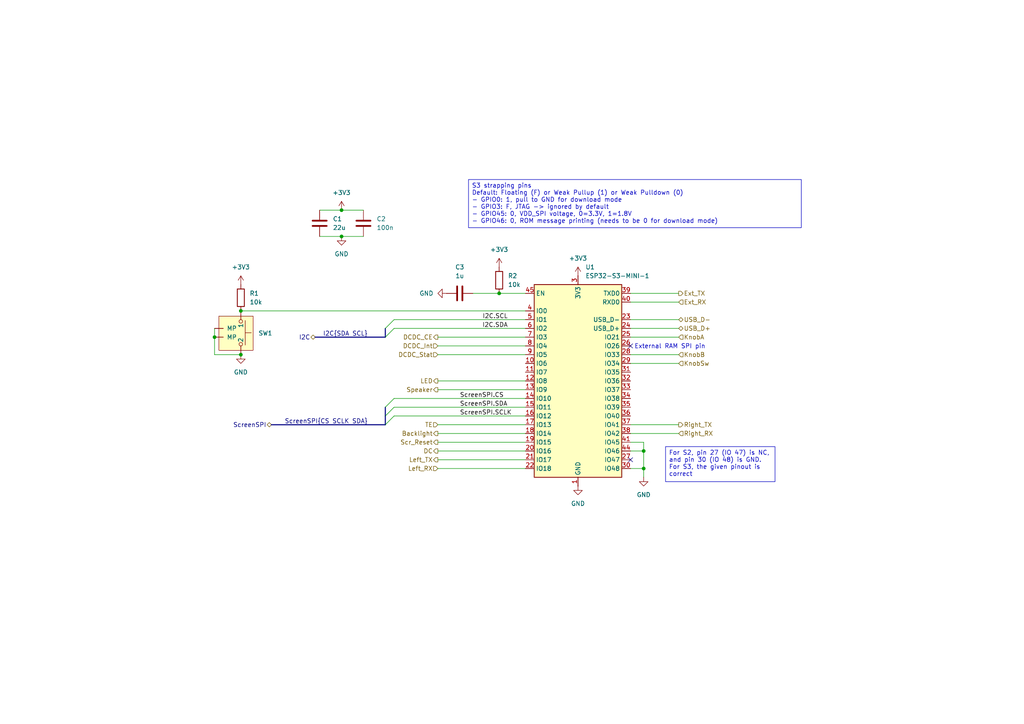
<source format=kicad_sch>
(kicad_sch (version 20250114) (generator "eeschema") (generator_version "9.0")
  (paper "A4")
  (lib_symbols
    (symbol "Control custom:SW_Push w/ GND" (pin_numbers (hide yes)) (pin_names (offset 1.016))
      (property "Reference" "SW" (at -1.016 4.572 0))
      (symbol "SW_Push w/ GND_0_1"
        (circle (center -3.302 0) (radius 0.508))
        (polyline (pts (xy 0 1.27) (xy 0 3.048)))
        (circle (center 3.302 0) (radius 0.508))
        (polyline (pts (xy 3.556 1.27) (xy -3.556 1.27)))
        (pin passive line (at -6.35 0 0) (length 2.54) (name "1") (number "1"))
        (pin passive line (at 6.35 0 180) (length 2.54) (name "2") (number "2"))
      )
      (symbol "SW_Push w/ GND_1_1"
        (rectangle (start -4.826 3.556) (end 5.08 -6.35) (fill (type background)))
        (pin passive line (at -1.27 -7.62 90) (length 2.54) (name "MP") (number "3"))
        (pin passive line (at 1.27 -7.62 90) (length 2.54) (name "MP") (number "4"))
      )
    )
    (symbol "Device:C" (pin_numbers (hide yes)) (pin_names (offset 0.254))
      (property "Reference" "C" (at 0.635 2.54 0))
      (property "Value" "C" (at 0.635 -2.54 0))
      (symbol "C_0_1"
        (polyline (pts (xy -2.032 0.762) (xy 2.032 0.762)) (stroke (width 0.508)))
        (polyline (pts (xy -2.032 -0.762) (xy 2.032 -0.762)) (stroke (width 0.508)))
      )
      (symbol "C_1_1"
        (pin passive line (at 0 3.81 270) (length 2.794) (name "~") (number "1"))
        (pin passive line (at 0 -3.81 90) (length 2.794) (name "~") (number "2"))
      )
    )
    (symbol "Device:R" (pin_numbers (hide yes)) (pin_names (offset 0))
      (property "Reference" "R" (at 2.032 0 90))
      (property "Value" "R" (at 0 0 90))
      (symbol "R_0_1"
        (rectangle (start -1.016 -2.54) (end 1.016 2.54) (stroke (width 0.254)))
      )
      (symbol "R_1_1"
        (pin passive line (at 0 3.81 270) (length 1.27) (name "~") (number "1"))
        (pin passive line (at 0 -3.81 90) (length 1.27) (name "~") (number "2"))
      )
    )
    (symbol "RF_Module:ESP32-S3-MINI-1"
      (property "Reference" "U" (at -11.43 29.21 0))
      (property "Value" "ESP32-S3-MINI-1" (at 12.7 29.21 0))
      (symbol "ESP32-S3-MINI-1_0_1"
        (rectangle (start -12.7 27.94) (end 12.7 -27.94) (stroke (width 0.254)) (fill (type background)))
      )
      (symbol "ESP32-S3-MINI-1_1_1"
        (pin input line (at -15.24 25.4 0) (length 2.54) (name "EN") (number "45"))
        (pin bidirectional line (at -15.24 20.32 0) (length 2.54) (name "IO0") (number "4"))
        (pin bidirectional line (at -15.24 17.78 0) (length 2.54) (name "IO1") (number "5"))
        (pin bidirectional line (at -15.24 15.24 0) (length 2.54) (name "IO2") (number "6"))
        (pin bidirectional line (at -15.24 12.7 0) (length 2.54) (name "IO3") (number "7"))
        (pin bidirectional line (at -15.24 10.16 0) (length 2.54) (name "IO4") (number "8"))
        (pin bidirectional line (at -15.24 7.62 0) (length 2.54) (name "IO5") (number "9"))
        (pin bidirectional line (at -15.24 5.08 0) (length 2.54) (name "IO6") (number "10"))
        (pin bidirectional line (at -15.24 2.54 0) (length 2.54) (name "IO7") (number "11"))
        (pin bidirectional line (at -15.24 0 0) (length 2.54) (name "IO8") (number "12"))
        (pin bidirectional line (at -15.24 -2.54 0) (length 2.54) (name "IO9") (number "13"))
        (pin bidirectional line (at -15.24 -5.08 0) (length 2.54) (name "IO10") (number "14"))
        (pin bidirectional line (at -15.24 -7.62 0) (length 2.54) (name "IO11") (number "15"))
        (pin bidirectional line (at -15.24 -10.16 0) (length 2.54) (name "IO12") (number "16"))
        (pin bidirectional line (at -15.24 -12.7 0) (length 2.54) (name "IO13") (number "17"))
        (pin bidirectional line (at -15.24 -15.24 0) (length 2.54) (name "IO14") (number "18"))
        (pin bidirectional line (at -15.24 -17.78 0) (length 2.54) (name "IO15") (number "19"))
        (pin bidirectional line (at -15.24 -20.32 0) (length 2.54) (name "IO16") (number "20"))
        (pin bidirectional line (at -15.24 -22.86 0) (length 2.54) (name "IO17") (number "21"))
        (pin bidirectional line (at -15.24 -25.4 0) (length 2.54) (name "IO18") (number "22"))
        (pin power_in line (at 0 30.48 270) (length 2.54) (name "3V3") (number "3"))
        (pin power_in line (at 0 -30.48 90) (length 2.54) (name "GND") (number "1"))
        (pin passive line (at 0 -30.48 90) (length 2.54) (hide yes) (name "GND") (number "2"))
        (pin passive line (at 0 -30.48 90) (length 2.54) (hide yes) (name "GND") (number "42"))
        (pin passive line (at 0 -30.48 90) (length 2.54) (hide yes) (name "GND") (number "43"))
        (pin passive line (at 0 -30.48 90) (length 2.54) (hide yes) (name "GND") (number "46"))
        (pin passive line (at 0 -30.48 90) (length 2.54) (hide yes) (name "GND") (number "47"))
        (pin passive line (at 0 -30.48 90) (length 2.54) (hide yes) (name "GND") (number "48"))
        (pin passive line (at 0 -30.48 90) (length 2.54) (hide yes) (name "GND") (number "49"))
        (pin passive line (at 0 -30.48 90) (length 2.54) (hide yes) (name "GND") (number "50"))
        (pin passive line (at 0 -30.48 90) (length 2.54) (hide yes) (name "GND") (number "51"))
        (pin passive line (at 0 -30.48 90) (length 2.54) (hide yes) (name "GND") (number "52"))
        (pin passive line (at 0 -30.48 90) (length 2.54) (hide yes) (name "GND") (number "53"))
        (pin passive line (at 0 -30.48 90) (length 2.54) (hide yes) (name "GND") (number "54"))
        (pin passive line (at 0 -30.48 90) (length 2.54) (hide yes) (name "GND") (number "55"))
        (pin passive line (at 0 -30.48 90) (length 2.54) (hide yes) (name "GND") (number "56"))
        (pin passive line (at 0 -30.48 90) (length 2.54) (hide yes) (name "GND") (number "57"))
        (pin passive line (at 0 -30.48 90) (length 2.54) (hide yes) (name "GND") (number "58"))
        (pin passive line (at 0 -30.48 90) (length 2.54) (hide yes) (name "GND") (number "59"))
        (pin passive line (at 0 -30.48 90) (length 2.54) (hide yes) (name "GND") (number "60"))
        (pin passive line (at 0 -30.48 90) (length 2.54) (hide yes) (name "GND") (number "61"))
        (pin passive line (at 0 -30.48 90) (length 2.54) (hide yes) (name "GND") (number "62"))
        (pin passive line (at 0 -30.48 90) (length 2.54) (hide yes) (name "GND") (number "63"))
        (pin passive line (at 0 -30.48 90) (length 2.54) (hide yes) (name "GND") (number "64"))
        (pin passive line (at 0 -30.48 90) (length 2.54) (hide yes) (name "GND") (number "65"))
        (pin bidirectional line (at 15.24 25.4 180) (length 2.54) (name "TXD0") (number "39"))
        (pin bidirectional line (at 15.24 22.86 180) (length 2.54) (name "RXD0") (number "40"))
        (pin bidirectional line (at 15.24 17.78 180) (length 2.54) (name "USB_D-") (number "23"))
        (pin bidirectional line (at 15.24 15.24 180) (length 2.54) (name "USB_D+") (number "24"))
        (pin bidirectional line (at 15.24 12.7 180) (length 2.54) (name "IO21") (number "25"))
        (pin bidirectional line (at 15.24 10.16 180) (length 2.54) (name "IO26") (number "26"))
        (pin bidirectional line (at 15.24 7.62 180) (length 2.54) (name "IO33") (number "28"))
        (pin bidirectional line (at 15.24 5.08 180) (length 2.54) (name "IO34") (number "29"))
        (pin bidirectional line (at 15.24 2.54 180) (length 2.54) (name "IO35") (number "31"))
        (pin bidirectional line (at 15.24 0 180) (length 2.54) (name "IO36") (number "32"))
        (pin bidirectional line (at 15.24 -2.54 180) (length 2.54) (name "IO37") (number "33"))
        (pin bidirectional line (at 15.24 -5.08 180) (length 2.54) (name "IO38") (number "34"))
        (pin bidirectional line (at 15.24 -7.62 180) (length 2.54) (name "IO39") (number "35"))
        (pin bidirectional line (at 15.24 -10.16 180) (length 2.54) (name "IO40") (number "36"))
        (pin bidirectional line (at 15.24 -12.7 180) (length 2.54) (name "IO41") (number "37"))
        (pin bidirectional line (at 15.24 -15.24 180) (length 2.54) (name "IO42") (number "38"))
        (pin bidirectional line (at 15.24 -17.78 180) (length 2.54) (name "IO45") (number "41"))
        (pin bidirectional line (at 15.24 -20.32 180) (length 2.54) (name "IO46") (number "44"))
        (pin bidirectional line (at 15.24 -22.86 180) (length 2.54) (name "IO47") (number "27"))
        (pin bidirectional line (at 15.24 -25.4 180) (length 2.54) (name "IO48") (number "30"))
      )
    )
    (symbol "power:+3V3" (power) (pin_numbers (hide yes)) (pin_names (offset 0) (hide yes))
      (property "Value" "+3V3" (at 0 3.556 0))
      (symbol "+3V3_0_1"
        (polyline (pts (xy -0.762 1.27) (xy 0 2.54)))
        (polyline (pts (xy 0 2.54) (xy 0.762 1.27)))
        (polyline (pts (xy 0 0) (xy 0 2.54)))
      )
      (symbol "+3V3_1_1"
        (pin power_in line (at 0 0 90) (length 0) (name "~") (number "1"))
      )
    )
    (symbol "power:GND" (power) (pin_numbers (hide yes)) (pin_names (offset 0) (hide yes))
      (property "Value" "GND" (at 0 -3.81 0))
      (symbol "GND_0_1"
        (polyline (pts (xy 0 0) (xy 0 -1.27) (xy 1.27 -1.27) (xy 0 -2.54) (xy -1.27 -1.27) (xy 0 -1.27)))
      )
      (symbol "GND_1_1"
        (pin power_in line (at 0 0 270) (length 0) (name "~") (number "1"))
      )
    )
  )
  (text "External RAM SPI pin" (at 194.31 100.584 0) (effects (font (size 1.27 1.27))))
  (text_box "S3 strapping pins\nDefault: Floating (F) or Weak Pullup (1) or Weak Pulldown (0)\n- GPIO0: 1, pull to GND for download mode\n- GPIO3: F, JTAG -> ignored by default\n- GPIO45: 0, VDD_SPI voltage, 0=3.3V, 1=1.8V\n- GPIO46: 0, ROM message printing (needs to be 0 for download mode)" (at 135.89 52.07 0) (size 96.52 13.97) (margins 0.9525 0.9525 0.9525 0.9525) (effects (font (size 1.27 1.27)) (justify left top)))
  (text_box "For S2, pin 27 (IO 47) is NC, and pin 30 (IO 48) is GND. For S3, the given pinout is correct" (at 193.04 129.54 0) (size 31.75 10.16) (margins 0.9525 0.9525 0.9525 0.9525) (effects (font (size 1.27 1.27)) (justify left top)))
  (junction (at 69.85 102.87))
  (junction (at 186.69 130.81))
  (junction (at 62.23 97.79))
  (junction (at 99.06 60.96))
  (junction (at 69.85 90.17))
  (junction (at 99.06 68.58))
  (junction (at 144.78 85.09))
  (junction (at 186.69 135.89))
  (no_connect (at 182.88 100.33))
  (no_connect (at 182.88 133.35))
  (bus_entry (at 111.76 97.79) (size 2.54 -2.54))
  (bus_entry (at 111.76 118.11) (size 2.54 -2.54))
  (bus_entry (at 111.76 95.25) (size 2.54 -2.54))
  (bus_entry (at 111.76 123.19) (size 2.54 -2.54))
  (bus_entry (at 111.76 120.65) (size 2.54 -2.54))
  (wire (pts (xy 182.88 135.89) (xy 186.69 135.89)))
  (wire (pts (xy 182.88 125.73) (xy 196.85 125.73)))
  (wire (pts (xy 127 110.49) (xy 152.4 110.49)))
  (wire (pts (xy 99.06 68.58) (xy 105.41 68.58)))
  (wire (pts (xy 127 97.79) (xy 152.4 97.79)))
  (wire (pts (xy 127 130.81) (xy 152.4 130.81)))
  (bus (pts (xy 78.74 123.19) (xy 111.76 123.19)))
  (wire (pts (xy 127 113.03) (xy 152.4 113.03)))
  (wire (pts (xy 127 123.19) (xy 152.4 123.19)))
  (wire (pts (xy 127 125.73) (xy 152.4 125.73)))
  (wire (pts (xy 186.69 135.89) (xy 186.69 138.43)))
  (wire (pts (xy 152.4 95.25) (xy 114.3 95.25)))
  (wire (pts (xy 186.69 128.27) (xy 186.69 130.81)))
  (wire (pts (xy 127 133.35) (xy 152.4 133.35)))
  (wire (pts (xy 127 128.27) (xy 152.4 128.27)))
  (wire (pts (xy 182.88 87.63) (xy 196.85 87.63)))
  (wire (pts (xy 127 102.87) (xy 152.4 102.87)))
  (wire (pts (xy 182.88 130.81) (xy 186.69 130.81)))
  (wire (pts (xy 114.3 115.57) (xy 152.4 115.57)))
  (wire (pts (xy 127 100.33) (xy 152.4 100.33)))
  (wire (pts (xy 114.3 120.65) (xy 152.4 120.65)))
  (wire (pts (xy 182.88 105.41) (xy 196.85 105.41)))
  (wire (pts (xy 127 135.89) (xy 152.4 135.89)))
  (bus (pts (xy 111.76 120.65) (xy 111.76 123.19)))
  (wire (pts (xy 182.88 92.71) (xy 196.85 92.71)))
  (wire (pts (xy 186.69 130.81) (xy 186.69 135.89)))
  (wire (pts (xy 62.23 97.79) (xy 62.23 102.87)))
  (wire (pts (xy 62.23 95.25) (xy 62.23 97.79)))
  (wire (pts (xy 182.88 85.09) (xy 196.85 85.09)))
  (wire (pts (xy 182.88 128.27) (xy 186.69 128.27)))
  (wire (pts (xy 182.88 102.87) (xy 196.85 102.87)))
  (wire (pts (xy 182.88 95.25) (xy 196.85 95.25)))
  (wire (pts (xy 137.16 85.09) (xy 144.78 85.09)))
  (wire (pts (xy 99.06 68.58) (xy 92.71 68.58)))
  (wire (pts (xy 62.23 102.87) (xy 69.85 102.87)))
  (wire (pts (xy 182.88 123.19) (xy 196.85 123.19)))
  (wire (pts (xy 144.78 85.09) (xy 152.4 85.09)))
  (wire (pts (xy 114.3 118.11) (xy 152.4 118.11)))
  (wire (pts (xy 182.88 97.79) (xy 196.85 97.79)))
  (wire (pts (xy 92.71 60.96) (xy 99.06 60.96)))
  (wire (pts (xy 69.85 90.17) (xy 152.4 90.17)))
  (bus (pts (xy 91.44 97.79) (xy 111.76 97.79)))
  (wire (pts (xy 152.4 92.71) (xy 114.3 92.71)))
  (bus (pts (xy 111.76 118.11) (xy 111.76 120.65)))
  (wire (pts (xy 99.06 60.96) (xy 105.41 60.96)))
  (bus (pts (xy 111.76 97.79) (xy 111.76 95.25)))
  (label "ScreenSPI{CS SCLK SDA}" (at 82.55 123.19 0))
  (label "ScreenSPI.CS" (at 133.35 115.57 0))
  (label "ScreenSPI.SDA" (at 133.35 118.11 0))
  (label "ScreenSPI.SCLK" (at 133.35 120.65 0))
  (label "I2C.SDA" (at 147.32 95.25 180))
  (label "I2C{SDA SCL}" (at 106.68 97.79 180))
  (label "I2C.SCL" (at 147.32 92.71 180))
  (hierarchical_label "DC" (shape output) (at 127 130.81 180))
  (hierarchical_label "Ext_TX" (shape output) (at 196.85 85.09 0))
  (hierarchical_label "KnobSw" (shape input) (at 196.85 105.41 0))
  (hierarchical_label "LED" (shape output) (at 127 110.49 180))
  (hierarchical_label "DCDC_Stat" (shape input) (at 127 102.87 180))
  (hierarchical_label "Right_RX" (shape input) (at 196.85 125.73 0))
  (hierarchical_label "Scr_Reset" (shape output) (at 127 128.27 180))
  (hierarchical_label "I2C" (shape bidirectional) (at 91.44 97.79 180))
  (hierarchical_label "Left_RX" (shape input) (at 127 135.89 180))
  (hierarchical_label "USB_D+" (shape bidirectional) (at 196.85 95.25 0))
  (hierarchical_label "Backlight" (shape output) (at 127 125.73 180))
  (hierarchical_label "KnobB" (shape input) (at 196.85 102.87 0))
  (hierarchical_label "Speaker" (shape output) (at 127 113.03 180))
  (hierarchical_label "DCDC_CE" (shape output) (at 127 97.79 180))
  (hierarchical_label "TE" (shape input) (at 127 123.19 180))
  (hierarchical_label "Ext_RX" (shape input) (at 196.85 87.63 0))
  (hierarchical_label "Right_TX" (shape output) (at 196.85 123.19 0))
  (hierarchical_label "KnobA" (shape input) (at 196.85 97.79 0))
  (hierarchical_label "DCDC_Int" (shape input) (at 127 100.33 180))
  (hierarchical_label "ScreenSPI" (shape bidirectional) (at 78.74 123.19 180))
  (hierarchical_label "USB_D-" (shape bidirectional) (at 196.85 92.71 0))
  (hierarchical_label "Left_TX" (shape output) (at 127 133.35 180))
  (symbol (lib_id "power:+3V3") (at 144.78 77.47 0) (unit 1)
    (property "Reference" "#PWR09" (effects (hide yes)))
    (property "Value" "+3V3" (at 144.78 72.39 0))
    (property "Description" "Power symbol creates a global label with name \"+3V3\"" (effects (hide yes)))
  )
  (symbol (lib_id "power:GND") (at 186.69 138.43 0) (unit 1)
    (property "Reference" "#PWR08" (effects (hide yes)))
    (property "Value" "GND" (at 186.69 143.51 0))
    (property "Description" "Power symbol creates a global label with name \"GND\" , ground" (effects (hide yes)))
  )
  (symbol (lib_id "power:GND") (at 99.06 68.58 0) (unit 1)
    (property "Reference" "#PWR03" (effects (hide yes)))
    (property "Value" "GND" (at 99.06 73.66 0))
    (property "Description" "Power symbol creates a global label with name \"GND\" , ground" (effects (hide yes)))
  )
  (symbol (lib_id "Device:C") (at 92.71 64.77 0) (unit 1)
    (property "Reference" "C1" (at 96.52 63.4999 0) (effects (justify left)))
    (property "Value" "22u" (at 96.52 66.0399 0) (effects (justify left)))
    (property "Footprint" "Capacitor_SMD:C_0603_1608Metric" (effects (hide yes)))
    (property "Description" "Unpolarized capacitor" (effects (hide yes)))
  )
  (symbol (lib_id "Device:C") (at 133.35 85.09 90) (unit 1)
    (property "Reference" "C3" (at 133.35 77.47 90))
    (property "Value" "1u" (at 133.35 80.01 90))
    (property "Footprint" "Capacitor_SMD:C_0402_1005Metric" (effects (hide yes)))
    (property "Description" "Unpolarized capacitor" (effects (hide yes)))
  )
  (symbol (lib_id "power:+3V3") (at 167.64 80.01 0) (unit 1)
    (property "Reference" "#PWR01" (effects (hide yes)))
    (property "Value" "+3V3" (at 167.64 74.93 0))
    (property "Description" "Power symbol creates a global label with name \"+3V3\"" (effects (hide yes)))
  )
  (symbol (lib_id "power:+3V3") (at 99.06 60.96 0) (unit 1)
    (property "Reference" "#PWR04" (effects (hide yes)))
    (property "Value" "+3V3" (at 99.06 55.88 0))
    (property "Description" "Power symbol creates a global label with name \"+3V3\"" (effects (hide yes)))
  )
  (symbol (lib_id "Control custom:SW_Push w/ GND") (at 69.85 96.52 270) (unit 1)
    (property "Reference" "SW1" (at 74.93 96.6469 90) (effects (justify left)))
    (property "Footprint" "Kolibri custom:Button C530669" (effects (hide yes)))
    (property "Datasheet" "C530669" (effects (hide yes)))
    (property "Description" "Push button switch, generic, two pins" (effects (hide yes)))
  )
  (symbol (lib_id "Device:R") (at 69.85 86.36 0) (unit 1)
    (property "Reference" "R1" (at 72.39 85.0899 0) (effects (justify left)))
    (property "Value" "10k" (at 72.39 87.6299 0) (effects (justify left)))
    (property "Footprint" "Resistor_SMD:R_0402_1005Metric" (effects (hide yes)))
    (property "Description" "Resistor" (effects (hide yes)))
  )
  (symbol (lib_id "power:GND") (at 69.85 102.87 0) (unit 1)
    (property "Reference" "#PWR07" (effects (hide yes)))
    (property "Value" "GND" (at 69.85 107.95 0))
    (property "Description" "Power symbol creates a global label with name \"GND\" , ground" (effects (hide yes)))
  )
  (symbol (lib_id "Device:C") (at 105.41 64.77 0) (unit 1)
    (property "Reference" "C2" (at 109.22 63.4999 0) (effects (justify left)))
    (property "Value" "100n" (at 109.22 66.0399 0) (effects (justify left)))
    (property "Footprint" "Capacitor_SMD:C_0603_1608Metric" (effects (hide yes)))
    (property "Description" "Unpolarized capacitor" (effects (hide yes)))
  )
  (symbol (lib_id "RF_Module:ESP32-S3-MINI-1") (at 167.64 110.49 0) (unit 1)
    (property "Reference" "U1" (at 169.7833 77.47 0) (effects (justify left)))
    (property "Value" "ESP32-S3-MINI-1" (at 169.7833 80.01 0) (effects (justify left)))
    (property "Footprint" "RF_Module:ESP32-S2-MINI-1" (effects (hide yes)))
    (property "Datasheet" "https://www.espressif.com/sites/default/files/documentation/esp32-s3-mini-1_mini-1u_datasheet_en.pdf" (effects (hide yes)))
    (property "Description" "RF Module, ESP32-S3 SoC, Wi-Fi 802.11b/g/n, Bluetooth, BLE, 32-bit, 3.3V, SMD, onboard antenna" (effects (hide yes)))
  )
  (symbol (lib_id "power:+3V3") (at 69.85 82.55 0) (unit 1)
    (property "Reference" "#PWR06" (effects (hide yes)))
    (property "Value" "+3V3" (at 69.85 77.47 0))
    (property "Description" "Power symbol creates a global label with name \"+3V3\"" (effects (hide yes)))
  )
  (symbol (lib_id "power:GND") (at 129.54 85.09 270) (unit 1)
    (property "Reference" "#PWR05" (effects (hide yes)))
    (property "Value" "GND" (at 125.73 85.0899 90) (effects (justify right)))
    (property "Description" "Power symbol creates a global label with name \"GND\" , ground" (effects (hide yes)))
  )
  (symbol (lib_id "power:GND") (at 167.64 140.97 0) (unit 1)
    (property "Reference" "#PWR02" (effects (hide yes)))
    (property "Value" "GND" (at 167.64 146.05 0))
    (property "Description" "Power symbol creates a global label with name \"GND\" , ground" (effects (hide yes)))
  )
  (symbol (lib_id "Device:R") (at 144.78 81.28 0) (unit 1)
    (property "Reference" "R2" (at 147.32 80.0099 0) (effects (justify left)))
    (property "Value" "10k" (at 147.32 82.5499 0) (effects (justify left)))
    (property "Description" "Resistor" (effects (hide yes)))
  )
)
</source>
